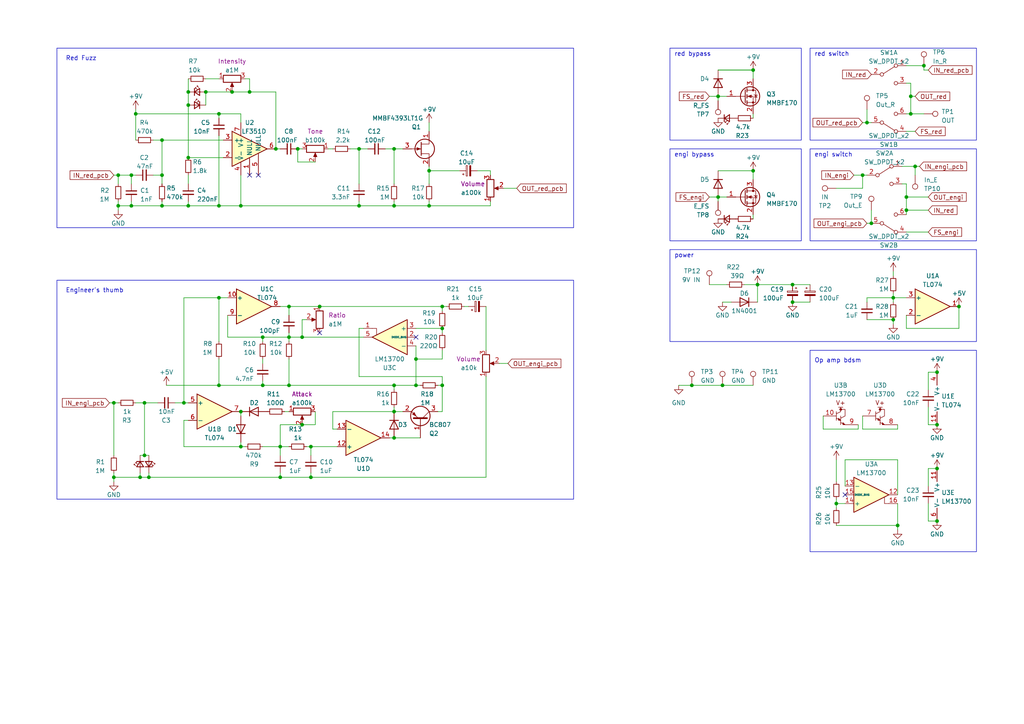
<source format=kicad_sch>
(kicad_sch (version 20230121) (generator eeschema)
  (paper "A4")
  (junction (at 114.3 111.76))
  (junction (at 69.85 119.38))
  (junction (at 208.28 27.94))
  (junction (at 39.37 33.02))
  (junction (at 267.97 19.05))
  (junction (at 114.3 127))
  (junction (at 40.64 138.43))
  (junction (at 252.73 64.77))
  (junction (at 229.87 82.55))
  (junction (at 209.55 111.76))
  (junction (at 54.61 30.48))
  (junction (at 271.78 123.19))
  (junction (at 54.61 26.67))
  (junction (at 242.57 146.05))
  (junction (at 33.02 116.84))
  (junction (at 87.63 97.79))
  (junction (at 262.89 60.96))
  (junction (at 38.1 50.8))
  (junction (at 38.1 59.69))
  (junction (at 124.46 49.53))
  (junction (at 271.78 135.89))
  (junction (at 218.44 49.53))
  (junction (at 124.46 59.69))
  (junction (at 69.85 129.54))
  (junction (at 81.28 129.54))
  (junction (at 34.29 59.69))
  (junction (at 271.78 151.13))
  (junction (at 86.36 43.18))
  (junction (at 229.87 87.63))
  (junction (at 200.66 111.76))
  (junction (at 92.71 88.9))
  (junction (at 120.65 111.76))
  (junction (at 76.2 97.79))
  (junction (at 46.99 50.8))
  (junction (at 80.01 43.18))
  (junction (at 120.65 104.14))
  (junction (at 208.28 57.15))
  (junction (at 128.27 111.76))
  (junction (at 46.99 40.64))
  (junction (at 251.46 35.56))
  (junction (at 43.18 138.43))
  (junction (at 63.5 59.69))
  (junction (at 81.28 138.43))
  (junction (at 41.91 132.08))
  (junction (at 46.99 59.69))
  (junction (at 69.85 59.69))
  (junction (at 54.61 45.72))
  (junction (at 219.71 82.55))
  (junction (at 218.44 20.32))
  (junction (at 260.35 152.4))
  (junction (at 259.08 86.36))
  (junction (at 33.02 138.43))
  (junction (at 278.13 88.9))
  (junction (at 104.14 43.18))
  (junction (at 83.82 88.9))
  (junction (at 264.16 33.02))
  (junction (at 83.82 111.76))
  (junction (at 114.3 119.38))
  (junction (at 259.08 92.71))
  (junction (at 59.69 26.67))
  (junction (at 104.14 59.69))
  (junction (at 87.63 123.19))
  (junction (at 67.31 26.67))
  (junction (at 264.16 27.94))
  (junction (at 90.17 138.43))
  (junction (at 114.3 59.69))
  (junction (at 90.17 129.54))
  (junction (at 114.3 43.18))
  (junction (at 128.27 95.25))
  (junction (at 63.5 86.36))
  (junction (at 72.39 26.67))
  (junction (at 63.5 33.02))
  (junction (at 250.19 50.8))
  (junction (at 41.91 116.84))
  (junction (at 53.34 116.84))
  (junction (at 271.78 107.95))
  (junction (at 54.61 59.69))
  (junction (at 34.29 50.8))
  (junction (at 76.2 111.76))
  (junction (at 262.89 57.15))
  (junction (at 128.27 88.9))
  (junction (at 265.43 48.26))
  (junction (at 83.82 97.79))
  (junction (at 63.5 111.76))
  (no_connect (at 120.65 97.79))
  (no_connect (at 72.39 50.8))
  (no_connect (at 245.11 143.51))
  (no_connect (at 92.71 96.52))
  (no_connect (at 74.93 50.8))
  (wire (pts (xy 54.61 22.86) (xy 54.61 26.67)))
  (wire (pts (xy 269.24 135.89) (xy 269.24 140.97)))
  (wire (pts (xy 83.82 96.52) (xy 83.82 97.79)))
  (wire (pts (xy 265.43 27.94) (xy 264.16 27.94)))
  (wire (pts (xy 262.89 60.96) (xy 262.89 62.23)))
  (wire (pts (xy 260.35 133.35) (xy 245.11 133.35)))
  (wire (pts (xy 91.44 46.99) (xy 86.36 46.99)))
  (wire (pts (xy 128.27 95.25) (xy 120.65 95.25)))
  (wire (pts (xy 238.76 120.65) (xy 238.76 124.46)))
  (wire (pts (xy 33.02 138.43) (xy 40.64 138.43)))
  (wire (pts (xy 83.82 111.76) (xy 114.3 111.76)))
  (wire (pts (xy 33.02 138.43) (xy 33.02 137.16)))
  (wire (pts (xy 250.19 120.65) (xy 250.19 124.46)))
  (wire (pts (xy 96.52 119.38) (xy 96.52 124.46)))
  (wire (pts (xy 209.55 87.63) (xy 212.09 87.63)))
  (wire (pts (xy 135.89 88.9) (xy 134.62 88.9)))
  (wire (pts (xy 104.14 58.42) (xy 104.14 59.69)))
  (wire (pts (xy 259.08 85.09) (xy 259.08 86.36)))
  (wire (pts (xy 104.14 43.18) (xy 104.14 53.34)))
  (wire (pts (xy 54.61 59.69) (xy 54.61 58.42)))
  (wire (pts (xy 69.85 35.56) (xy 69.85 33.02)))
  (wire (pts (xy 96.52 119.38) (xy 114.3 119.38)))
  (wire (pts (xy 262.89 19.05) (xy 267.97 19.05)))
  (wire (pts (xy 124.46 59.69) (xy 142.24 59.69)))
  (wire (pts (xy 71.12 129.54) (xy 69.85 129.54)))
  (wire (pts (xy 81.28 123.19) (xy 81.28 129.54)))
  (wire (pts (xy 83.82 97.79) (xy 87.63 97.79)))
  (wire (pts (xy 242.57 144.78) (xy 242.57 146.05)))
  (wire (pts (xy 113.03 127) (xy 114.3 127)))
  (wire (pts (xy 128.27 104.14) (xy 120.65 104.14)))
  (wire (pts (xy 72.39 22.86) (xy 72.39 26.67)))
  (wire (pts (xy 39.37 116.84) (xy 41.91 116.84)))
  (wire (pts (xy 44.45 40.64) (xy 46.99 40.64)))
  (wire (pts (xy 128.27 119.38) (xy 128.27 111.76)))
  (wire (pts (xy 40.64 137.16) (xy 40.64 138.43)))
  (wire (pts (xy 54.61 45.72) (xy 64.77 45.72)))
  (wire (pts (xy 262.89 91.44) (xy 262.89 95.25)))
  (wire (pts (xy 127 119.38) (xy 128.27 119.38)))
  (wire (pts (xy 261.62 48.26) (xy 265.43 48.26)))
  (wire (pts (xy 83.82 88.9) (xy 92.71 88.9)))
  (wire (pts (xy 124.46 49.53) (xy 124.46 53.34)))
  (wire (pts (xy 86.36 46.99) (xy 86.36 43.18)))
  (wire (pts (xy 251.46 35.56) (xy 252.73 35.56)))
  (wire (pts (xy 91.44 123.19) (xy 91.44 119.38)))
  (wire (pts (xy 208.28 57.15) (xy 208.28 58.42)))
  (wire (pts (xy 34.29 58.42) (xy 34.29 59.69)))
  (wire (pts (xy 87.63 92.71) (xy 87.63 97.79)))
  (wire (pts (xy 40.64 138.43) (xy 43.18 138.43)))
  (wire (pts (xy 269.24 151.13) (xy 271.78 151.13)))
  (wire (pts (xy 59.69 22.86) (xy 63.5 22.86)))
  (wire (pts (xy 86.36 43.18) (xy 87.63 43.18)))
  (wire (pts (xy 200.66 111.76) (xy 209.55 111.76)))
  (wire (pts (xy 242.57 152.4) (xy 260.35 152.4)))
  (wire (pts (xy 114.3 59.69) (xy 114.3 58.42)))
  (wire (pts (xy 88.9 92.71) (xy 87.63 92.71)))
  (wire (pts (xy 128.27 96.52) (xy 128.27 95.25)))
  (wire (pts (xy 269.24 107.95) (xy 271.78 107.95)))
  (wire (pts (xy 242.57 146.05) (xy 242.57 147.32)))
  (wire (pts (xy 69.85 128.27) (xy 69.85 129.54)))
  (wire (pts (xy 208.28 20.32) (xy 218.44 20.32)) (stroke (width 0.2)))
  (wire (pts (xy 114.3 111.76) (xy 120.65 111.76)))
  (wire (pts (xy 262.89 95.25) (xy 278.13 95.25)))
  (wire (pts (xy 140.97 109.22) (xy 140.97 138.43)))
  (wire (pts (xy 80.01 43.18) (xy 80.01 26.67)))
  (wire (pts (xy 147.32 105.41) (xy 144.78 105.41)))
  (wire (pts (xy 218.44 63.5) (xy 218.44 62.23)))
  (wire (pts (xy 250.19 124.46) (xy 260.35 124.46)))
  (wire (pts (xy 34.29 50.8) (xy 34.29 53.34)))
  (wire (pts (xy 95.25 43.18) (xy 96.52 43.18)))
  (wire (pts (xy 87.63 123.19) (xy 91.44 123.19)))
  (wire (pts (xy 128.27 109.22) (xy 128.27 111.76)))
  (wire (pts (xy 63.5 104.14) (xy 63.5 111.76)))
  (wire (pts (xy 250.19 50.8) (xy 251.46 50.8)))
  (wire (pts (xy 114.3 119.38) (xy 116.84 119.38)))
  (wire (pts (xy 59.69 26.67) (xy 67.31 26.67)))
  (wire (pts (xy 34.29 59.69) (xy 34.29 60.96)))
  (wire (pts (xy 76.2 97.79) (xy 66.04 97.79)))
  (wire (pts (xy 53.34 121.92) (xy 53.34 129.54)))
  (wire (pts (xy 41.91 132.08) (xy 43.18 132.08)))
  (wire (pts (xy 104.14 59.69) (xy 114.3 59.69)))
  (wire (pts (xy 81.28 132.08) (xy 81.28 129.54)))
  (wire (pts (xy 219.71 82.55) (xy 229.87 82.55)))
  (wire (pts (xy 267.97 20.32) (xy 269.24 20.32)))
  (wire (pts (xy 38.1 58.42) (xy 38.1 59.69)))
  (wire (pts (xy 76.2 110.49) (xy 76.2 111.76)))
  (wire (pts (xy 146.05 54.61) (xy 149.86 54.61)))
  (wire (pts (xy 33.02 139.7) (xy 33.02 138.43)))
  (wire (pts (xy 92.71 88.9) (xy 128.27 88.9)))
  (wire (pts (xy 124.46 58.42) (xy 124.46 59.69)))
  (wire (pts (xy 34.29 59.69) (xy 38.1 59.69)))
  (wire (pts (xy 76.2 104.14) (xy 76.2 105.41)))
  (wire (pts (xy 41.91 116.84) (xy 45.72 116.84)))
  (wire (pts (xy 66.04 97.79) (xy 66.04 91.44)))
  (wire (pts (xy 278.13 95.25) (xy 278.13 88.9)))
  (wire (pts (xy 129.54 88.9) (xy 128.27 88.9)))
  (wire (pts (xy 46.99 40.64) (xy 64.77 40.64)))
  (wire (pts (xy 252.73 64.77) (xy 251.46 64.77)))
  (wire (pts (xy 259.08 92.71) (xy 259.08 93.98)))
  (wire (pts (xy 69.85 33.02) (xy 63.5 33.02)))
  (wire (pts (xy 242.57 146.05) (xy 245.11 146.05)))
  (wire (pts (xy 260.35 124.46) (xy 260.35 123.19)))
  (wire (pts (xy 262.89 67.31) (xy 269.24 67.31)))
  (wire (pts (xy 76.2 111.76) (xy 83.82 111.76)))
  (wire (pts (xy 80.01 43.18) (xy 81.28 43.18)))
  (wire (pts (xy 208.28 27.94) (xy 210.82 27.94)))
  (wire (pts (xy 39.37 33.02) (xy 39.37 40.64)))
  (wire (pts (xy 264.16 24.13) (xy 264.16 27.94)))
  (wire (pts (xy 59.69 26.67) (xy 59.69 30.48)))
  (wire (pts (xy 54.61 50.8) (xy 54.61 53.34)))
  (wire (pts (xy 250.19 54.61) (xy 250.19 50.8)))
  (wire (pts (xy 38.1 50.8) (xy 38.1 53.34)))
  (wire (pts (xy 53.34 121.92) (xy 54.61 121.92)))
  (wire (pts (xy 83.82 104.14) (xy 83.82 111.76)))
  (wire (pts (xy 205.74 57.15) (xy 208.28 57.15)))
  (wire (pts (xy 33.02 116.84) (xy 31.75 116.84)))
  (wire (pts (xy 90.17 138.43) (xy 140.97 138.43)))
  (wire (pts (xy 219.71 82.55) (xy 219.71 87.63)))
  (wire (pts (xy 262.89 86.36) (xy 259.08 86.36)))
  (wire (pts (xy 39.37 50.8) (xy 38.1 50.8)))
  (wire (pts (xy 114.3 43.18) (xy 111.76 43.18)))
  (wire (pts (xy 265.43 48.26) (xy 266.7 48.26)))
  (wire (pts (xy 210.82 82.55) (xy 205.74 82.55)))
  (wire (pts (xy 262.89 53.34) (xy 262.89 57.15)))
  (wire (pts (xy 105.41 95.25) (xy 104.14 95.25)))
  (wire (pts (xy 81.28 137.16) (xy 81.28 138.43)))
  (wire (pts (xy 83.82 97.79) (xy 83.82 99.06)))
  (wire (pts (xy 90.17 137.16) (xy 90.17 138.43)))
  (wire (pts (xy 215.9 82.55) (xy 219.71 82.55)))
  (wire (pts (xy 83.82 97.79) (xy 76.2 97.79)))
  (wire (pts (xy 83.82 91.44) (xy 83.82 88.9)))
  (wire (pts (xy 265.43 48.26) (xy 265.43 50.8)))
  (wire (pts (xy 69.85 50.8) (xy 69.85 59.69)))
  (wire (pts (xy 124.46 49.53) (xy 133.35 49.53)))
  (wire (pts (xy 262.89 38.1) (xy 265.43 38.1)))
  (wire (pts (xy 44.45 50.8) (xy 46.99 50.8)))
  (wire (pts (xy 120.65 100.33) (xy 120.65 104.14)))
  (wire (pts (xy 248.92 124.46) (xy 248.92 123.19)))
  (wire (pts (xy 97.79 129.54) (xy 90.17 129.54)))
  (wire (pts (xy 251.46 31.75) (xy 251.46 35.56)))
  (wire (pts (xy 63.5 111.76) (xy 76.2 111.76)))
  (wire (pts (xy 33.02 116.84) (xy 33.02 132.08)))
  (wire (pts (xy 208.28 57.15) (xy 210.82 57.15)))
  (wire (pts (xy 40.64 132.08) (xy 41.91 132.08)))
  (wire (pts (xy 33.02 116.84) (xy 34.29 116.84)))
  (wire (pts (xy 271.78 135.89) (xy 269.24 135.89)))
  (wire (pts (xy 208.28 27.94) (xy 208.28 29.21)))
  (wire (pts (xy 262.89 33.02) (xy 264.16 33.02)))
  (wire (pts (xy 104.14 95.25) (xy 104.14 109.22)))
  (wire (pts (xy 114.3 118.11) (xy 114.3 119.38)))
  (wire (pts (xy 138.43 49.53) (xy 142.24 49.53)))
  (wire (pts (xy 267.97 33.02) (xy 264.16 33.02)))
  (wire (pts (xy 46.99 58.42) (xy 46.99 59.69)))
  (wire (pts (xy 83.82 88.9) (xy 81.28 88.9)))
  (wire (pts (xy 269.24 123.19) (xy 271.78 123.19)))
  (wire (pts (xy 251.46 92.71) (xy 259.08 92.71)))
  (wire (pts (xy 38.1 50.8) (xy 34.29 50.8)))
  (wire (pts (xy 260.35 153.67) (xy 260.35 152.4)))
  (wire (pts (xy 63.5 39.37) (xy 63.5 59.69)))
  (wire (pts (xy 124.46 35.56) (xy 124.46 38.1)))
  (wire (pts (xy 101.6 43.18) (xy 104.14 43.18)))
  (wire (pts (xy 63.5 59.69) (xy 69.85 59.69)))
  (wire (pts (xy 259.08 86.36) (xy 259.08 87.63)))
  (wire (pts (xy 128.27 111.76) (xy 127 111.76)))
  (wire (pts (xy 46.99 59.69) (xy 54.61 59.69)))
  (wire (pts (xy 140.97 88.9) (xy 140.97 101.6)))
  (wire (pts (xy 46.99 50.8) (xy 46.99 53.34)))
  (wire (pts (xy 269.24 60.96) (xy 262.89 60.96)))
  (wire (pts (xy 142.24 58.42) (xy 142.24 59.69)))
  (wire (pts (xy 269.24 57.15) (xy 262.89 57.15)))
  (wire (pts (xy 41.91 116.84) (xy 41.91 132.08)))
  (wire (pts (xy 81.28 123.19) (xy 87.63 123.19)))
  (wire (pts (xy 218.44 49.53) (xy 218.44 52.07)))
  (wire (pts (xy 251.46 86.36) (xy 251.46 87.63)))
  (wire (pts (xy 114.3 127) (xy 121.92 127)))
  (wire (pts (xy 63.5 33.02) (xy 39.37 33.02)))
  (wire (pts (xy 260.35 146.05) (xy 260.35 152.4)))
  (wire (pts (xy 209.55 111.76) (xy 218.44 111.76)))
  (wire (pts (xy 43.18 138.43) (xy 81.28 138.43)))
  (wire (pts (xy 63.5 86.36) (xy 63.5 99.06)))
  (wire (pts (xy 76.2 129.54) (xy 81.28 129.54)))
  (wire (pts (xy 96.52 124.46) (xy 97.79 124.46)))
  (wire (pts (xy 242.57 54.61) (xy 250.19 54.61)))
  (wire (pts (xy 71.12 22.86) (xy 72.39 22.86)))
  (wire (pts (xy 120.65 104.14) (xy 120.65 111.76)))
  (wire (pts (xy 87.63 97.79) (xy 105.41 97.79)))
  (wire (pts (xy 261.62 53.34) (xy 262.89 53.34)))
  (wire (pts (xy 259.08 78.74) (xy 259.08 80.01)))
  (wire (pts (xy 142.24 49.53) (xy 142.24 50.8)))
  (wire (pts (xy 259.08 86.36) (xy 251.46 86.36)))
  (wire (pts (xy 81.28 129.54) (xy 83.82 129.54)))
  (wire (pts (xy 252.73 60.96) (xy 252.73 64.77)))
  (wire (pts (xy 114.3 53.34) (xy 114.3 43.18)))
  (wire (pts (xy 90.17 138.43) (xy 81.28 138.43)))
  (wire (pts (xy 104.14 109.22) (xy 128.27 109.22)))
  (wire (pts (xy 264.16 33.02) (xy 264.16 27.94)))
  (wire (pts (xy 104.14 43.18) (xy 106.68 43.18)))
  (wire (pts (xy 114.3 43.18) (xy 116.84 43.18)))
  (wire (pts (xy 90.17 129.54) (xy 90.17 132.08)))
  (wire (pts (xy 54.61 30.48) (xy 54.61 45.72)))
  (wire (pts (xy 88.9 129.54) (xy 90.17 129.54)))
  (wire (pts (xy 218.44 20.32) (xy 218.44 22.86)))
  (wire (pts (xy 269.24 118.11) (xy 269.24 123.19)))
  (wire (pts (xy 245.11 133.35) (xy 245.11 140.97)))
  (wire (pts (xy 63.5 34.29) (xy 63.5 33.02)))
  (wire (pts (xy 53.34 116.84) (xy 54.61 116.84)))
  (wire (pts (xy 82.55 119.38) (xy 83.82 119.38)))
  (wire (pts (xy 242.57 133.35) (xy 242.57 139.7)))
  (wire (pts (xy 114.3 111.76) (xy 114.3 113.03)))
  (wire (pts (xy 124.46 59.69) (xy 114.3 59.69)))
  (wire (pts (xy 69.85 129.54) (xy 53.34 129.54)))
  (wire (pts (xy 218.44 34.29) (xy 218.44 33.02)))
  (wire (pts (xy 53.34 86.36) (xy 53.34 116.84)))
  (wire (pts (xy 69.85 120.65) (xy 69.85 119.38)))
  (wire (pts (xy 43.18 137.16) (xy 43.18 138.43)))
  (wire (pts (xy 63.5 86.36) (xy 66.04 86.36)))
  (wire (pts (xy 208.28 49.53) (xy 218.44 49.53)))
  (wire (pts (xy 262.89 24.13) (xy 264.16 24.13)))
  (wire (pts (xy 48.26 111.76) (xy 63.5 111.76)))
  (wire (pts (xy 128.27 101.6) (xy 128.27 104.14)))
  (wire (pts (xy 54.61 26.67) (xy 54.61 30.48)))
  (wire (pts (xy 234.95 87.63) (xy 229.87 87.63)))
  (wire (pts (xy 69.85 59.69) (xy 104.14 59.69)))
  (wire (pts (xy 128.27 90.17) (xy 128.27 88.9)))
  (wire (pts (xy 72.39 26.67) (xy 80.01 26.67)))
  (wire (pts (xy 267.97 20.32) (xy 267.97 19.05)))
  (wire (pts (xy 54.61 59.69) (xy 63.5 59.69)))
  (wire (pts (xy 46.99 40.64) (xy 46.99 50.8)))
  (wire (pts (xy 33.02 50.8) (xy 34.29 50.8)))
  (wire (pts (xy 247.65 50.8) (xy 250.19 50.8)))
  (wire (pts (xy 38.1 59.69) (xy 46.99 59.69)))
  (wire (pts (xy 205.74 27.94) (xy 208.28 27.94)))
  (wire (pts (xy 124.46 48.26) (xy 124.46 49.53)))
  (wire (pts (xy 262.89 57.15) (xy 262.89 60.96)))
  (wire (pts (xy 269.24 146.05) (xy 269.24 151.13)))
  (wire (pts (xy 229.87 82.55) (xy 234.95 82.55)))
  (wire (pts (xy 76.2 97.79) (xy 76.2 99.06)))
  (wire (pts (xy 269.24 113.03) (xy 269.24 107.95)))
  (wire (pts (xy 238.76 124.46) (xy 248.92 124.46)))
  (wire (pts (xy 67.31 26.67) (xy 72.39 26.67)))
  (wire (pts (xy 196.85 111.76) (xy 200.66 111.76)))
  (wire (pts (xy 260.35 143.51) (xy 260.35 133.35)))
  (wire (pts (xy 53.34 86.36) (xy 63.5 86.36)))
  (wire (pts (xy 50.8 116.84) (xy 53.34 116.84)))
  (wire (pts (xy 250.19 35.56) (xy 251.46 35.56)))
  (wire (pts (xy 39.37 31.75) (xy 39.37 33.02)))
  (wire (pts (xy 120.65 111.76) (xy 121.92 111.76)))
  (rectangle (start 234.95 101.6) (end 283.21 160.02))
  (rectangle (start 194.31 72.39) (end 283.21 99.06))
  (rectangle (start 234.95 13.97) (end 283.21 40.64))
  (rectangle (start 234.95 43.18) (end 283.21 69.85))
  (rectangle (start 194.31 13.97) (end 232.41 40.64))
  (rectangle (start 194.31 43.18) (end 232.41 69.85))
  (rectangle (start 16.51 13.97) (end 166.37 66.04))
  (rectangle (start 16.51 81.28) (end 166.37 144.78))
  (text "engi bypass\n" (at 195.58 45.72 0) (effects (font (size 1.27 1.27)) (justify left bottom)))
  (text "red bypass\n" (at 195.58 16.51 0) (effects (font (size 1.27 1.27)) (justify left bottom)))
  (text "Op amp bdsm" (at 236.22 105.41 0) (effects (font (size 1.27 1.27)) (justify left bottom)))
  (text "engi switch" (at 236.22 45.72 0) (effects (font (size 1.27 1.27)) (justify left bottom)))
  (text "Red Fuzz" (at 19.05 17.78 0) (effects (font (size 1.27 1.27)) (justify left bottom)))
  (text "power" (at 195.58 74.93 0) (effects (font (size 1.27 1.27)) (justify left bottom)))
  (text "red switch" (at 236.22 16.51 0) (effects (font (size 1.27 1.27)) (justify left bottom)))
  (text "Engineer's thumb" (at 19.05 85.09 0) (effects (font (size 1.27 1.27)) (justify left bottom)))
  (global_label "IN_engi" (shape input) (at 247.65 50.8 180) (property "Intersheetrefs" "${INTERSHEET_REFS}" (effects hide)))
  (global_label "FS_red" (shape input) (at 205.74 27.94 180) (property "Intersheetrefs" "${INTERSHEET_REFS}" (effects hide)))
  (global_label "OUT_red_pcb" (shape input) (at 149.86 54.61 0) (property "Intersheetrefs" "${INTERSHEET_REFS}" (effects hide)))
  (global_label "IN_engi_pcb" (shape input) (at 266.7 48.26 0) (property "Intersheetrefs" "${INTERSHEET_REFS}" (effects hide)))
  (global_label "IN_red_pcb" (shape input) (at 33.02 50.8 180) (property "Intersheetrefs" "${INTERSHEET_REFS}" (effects hide)))
  (global_label "IN_red" (shape input) (at 252.73 21.59 180) (property "Intersheetrefs" "${INTERSHEET_REFS}" (effects hide)))
  (global_label "FS_engi" (shape input) (at 269.24 67.31 0) (property "Intersheetrefs" "${INTERSHEET_REFS}" (effects hide)))
  (global_label "OUT_red" (shape input) (at 265.43 27.94 0) (property "Intersheetrefs" "${INTERSHEET_REFS}" (effects hide)))
  (global_label "IN_red_pcb" (shape input) (at 269.24 20.32 0) (property "Intersheetrefs" "${INTERSHEET_REFS}" (effects hide)))
  (global_label "OUT_red_pcb" (shape input) (at 250.19 35.56 180) (property "Intersheetrefs" "${INTERSHEET_REFS}" (effects hide)))
  (global_label "IN_red" (shape input) (at 269.24 60.96 0) (property "Intersheetrefs" "${INTERSHEET_REFS}" (effects hide)))
  (global_label "OUT_engi" (shape input) (at 269.24 57.15 0) (property "Intersheetrefs" "${INTERSHEET_REFS}" (effects hide)))
  (global_label "FS_engi" (shape input) (at 205.74 57.15 180) (property "Intersheetrefs" "${INTERSHEET_REFS}" (effects hide)))
  (global_label "OUT_engi_pcb" (shape input) (at 251.46 64.77 180) (property "Intersheetrefs" "${INTERSHEET_REFS}" (effects hide)))
  (global_label "FS_red" (shape input) (at 265.43 38.1 0) (property "Intersheetrefs" "${INTERSHEET_REFS}" (effects hide)))
  (global_label "IN_engi_pcb" (shape input) (at 31.75 116.84 180) (property "Intersheetrefs" "${INTERSHEET_REFS}" (effects hide)))
  (global_label "OUT_engi_pcb" (shape input) (at 147.32 105.41 0) (property "Intersheetrefs" "${INTERSHEET_REFS}" (effects hide)))
  (symbol (lib_id "Transistor_BJT:BC807") (at 121.92 121.92 270) (mirror x) (unit 1)
    (property "Reference" "Q2" (at 124.46 125.73 90) (effects (justify left)))
    (property "Value" "BC807" (at 124.46 123.19 90) (effects (justify left)))
    (property "Footprint" "Package_TO_SOT_SMD:SOT-23" (effects hide))
    (property "Datasheet" "https://www.onsemi.com/pub/Collateral/BC808-D.pdf" (effects hide))
    (property "LCSC#" "C5184433" (effects hide))
  )
  (symbol (lib_id "Device:R_Small") (at 99.06 43.18 90) (unit 1)
    (property "Reference" "R14" (at 101.6 38.1 90) (effects (justify left)))
    (property "Value" "2.2k" (at 101.6 40.64 90) (effects (justify left)))
    (property "Footprint" "Resistor_SMD:R_0805_2012Metric_Pad1.20x1.40mm_HandSolder" (effects hide))
    (property "LCSC#" "C104106" (effects hide))
  )
  (symbol (lib_id "Device:R_Potentiometer") (at 67.31 22.86 90) (mirror x) (unit 1)
    (property "Reference" "Rv1" (effects hide))
    (property "Value" "a1M" (at 67.31 20.32 90))
    (property "Footprint" "Potentiometer_THT:UT right angle long pin" (effects hide))
    (property "Kenttä4" "Intensity" (at 67.31 17.78 90))
  )
  (symbol (lib_id "Device:R_Small") (at 259.08 82.55 0) (mirror y) (unit 1)
    (property "Reference" "R27" (at 257.81 81.28 0) (effects (justify left)))
    (property "Value" "1M" (at 257.81 83.82 0) (effects (justify left)))
    (property "Footprint" "Resistor_SMD:R_0805_2012Metric_Pad1.20x1.40mm_HandSolder" (effects hide))
    (property "LCSC#" "C103906" (effects hide))
  )
  (symbol (lib_id "Device:R_Potentiometer") (at 91.44 43.18 270) (unit 1)
    (property "Reference" "Rv2" (effects hide))
    (property "Value" "b100k" (at 91.44 40.64 90))
    (property "Footprint" "Potentiometer_THT:UT right angle long pin" (effects hide))
    (property "Kenttä4" "Tone" (at 91.44 38.1 90))
  )
  (symbol (lib_id "Device:C_Polarized_Small") (at 229.87 85.09 0) (mirror y) (unit 1)
    (property "Reference" "C19" (at 227.33 83.9089 0) (effects (justify left)))
    (property "Value" "100uF" (at 227.33 86.4489 0) (effects (justify left)))
    (property "Footprint" "Capacitor_SMD:CP_Elec_6.3x5.4" (effects hide))
    (property "LCSC#" "C37308" (effects hide))
  )
  (symbol (lib_id "Transistor_FET:MMBFJ113") (at 121.92 43.18 0) (unit 1)
    (property "Reference" "Q1" (at 119.38 36.83 0) (effects (justify left)))
    (property "Value" "MMBF4393LT1G" (at 107.95 34.29 0) (effects (justify left)))
    (property "Footprint" "Package_TO_SOT_SMD:SOT-23" (effects hide))
    (property "Datasheet" "https://www.onsemi.com/pub/Collateral/MMBFJ113-D.PDF" (effects hide))
    (property "LCSC#" "C152291" (effects hide))
  )
  (symbol (lib_id "power:+9V") (at 242.57 133.35 0) (unit 1)
    (property "Reference" "#PWR015" (effects hide))
    (property "Value" "+9V" (at 242.57 129.54 0))
  )
  (symbol (lib_id "Device:C_Small") (at 76.2 107.95 0) (mirror y) (unit 1)
    (property "Reference" "C6" (at 73.66 107.3213 0) (effects (justify left)))
    (property "Value" "4.7nF" (at 73.66 109.8613 0) (effects (justify left)))
    (property "Footprint" "Capacitor_SMD:C_0805_2012Metric_Pad1.18x1.45mm_HandSolder" (effects hide))
    (property "LCSC#" "C376986" (effects hide))
  )
  (symbol (lib_id "power:+9V") (at 219.71 82.55 0) (unit 1)
    (property "Reference" "#PWR013" (effects hide))
    (property "Value" "+9V" (at 219.71 78.74 0))
  )
  (symbol (lib_id "Device:R_Small") (at 57.15 22.86 270) (mirror x) (unit 1)
    (property "Reference" "R7" (at 54.61 17.78 90) (effects (justify left)))
    (property "Value" "10k" (at 54.61 20.32 90) (effects (justify left)))
    (property "Footprint" "Resistor_SMD:R_0805_2012Metric_Pad1.20x1.40mm_HandSolder" (effects hide))
    (property "LCSC#" "C17414" (effects hide))
  )
  (symbol (lib_id "Amplifier_Operational:TL074") (at 274.32 115.57 0) (unit 5)
    (property "Reference" "U1" (at 273.05 114.935 0) (effects (justify left)))
    (property "Value" "TL074" (at 273.05 117.475 0) (effects (justify left)))
    (property "Footprint" "Package_SO:SO-14_3.9x8.65mm_P1.27mm" (effects hide))
    (property "Datasheet" "http://www.ti.com/lit/ds/symlink/tl071.pdf" (effects hide))
    (property "LCSC#" "C107644" (effects hide))
  )
  (symbol (lib_id "Transistor_FET:MMBF170") (at 215.9 27.94 0) (unit 1)
    (property "Reference" "Q3" (at 222.25 27.305 0) (effects (justify left)))
    (property "Value" "MMBF170" (at 222.25 29.845 0) (effects (justify left)))
    (property "Footprint" "Package_TO_SOT_SMD:SOT-23" (effects hide))
    (property "Datasheet" "https://www.diodes.com/assets/Datasheets/ds30104.pdf" (effects hide))
    (property "LCSC#" "C5330373" (effects hide))
  )
  (symbol (lib_id "Connector:TestPoint") (at 205.74 82.55 0) (mirror y) (unit 1)
    (property "Reference" "TP12" (at 203.2 78.613 0) (effects (justify left)))
    (property "Value" "9V IN" (at 203.2 81.153 0) (effects (justify left)))
    (property "Footprint" "TestPoint:TestPoint_THTPad_D2.5mm_Drill1.2mm" (effects hide))
  )
  (symbol (lib_id "Device:R_Potentiometer") (at 140.97 105.41 0) (mirror x) (unit 1)
    (property "Reference" "Rv6" (effects hide))
    (property "Value" "a10k" (at 138.43 106.68 0) (effects (justify right)))
    (property "Footprint" "Potentiometer_THT:UT right angle long pin" (effects hide))
    (property "Kenttä4" "Volume" (at 135.89 104.14 0))
  )
  (symbol (lib_id "power:GND") (at 209.55 87.63 0) (unit 1)
    (property "Reference" "#PWR010" (effects hide))
    (property "Value" "GND" (at 209.55 91.44 0))
  )
  (symbol (lib_id "Device:R_Small") (at 54.61 48.26 0) (unit 1)
    (property "Reference" "R6" (at 55.88 46.99 0) (effects (justify left)))
    (property "Value" "1.8k" (at 55.88 49.53 0) (effects (justify left)))
    (property "Footprint" "Resistor_SMD:R_0805_2012Metric_Pad1.20x1.40mm_HandSolder" (effects hide))
    (property "LCSC#" "C17398" (effects hide))
  )
  (symbol (lib_id "Amplifier_Operational:TL074") (at 105.41 127 0) (mirror x) (unit 4)
    (property "Reference" "U1" (at 105.41 135.89 0))
    (property "Value" "TL074" (at 105.41 133.35 0))
    (property "Footprint" "Package_SO:SO-14_3.9x8.65mm_P1.27mm" (effects hide))
    (property "Datasheet" "http://www.ti.com/lit/ds/symlink/tl071.pdf" (effects hide))
    (property "LCSC#" "C107644" (effects hide))
  )
  (symbol (lib_id "power:+9V") (at 271.78 107.95 0) (unit 1)
    (property "Reference" "#PWR019" (effects hide))
    (property "Value" "+9V" (at 271.78 104.14 0))
  )
  (symbol (lib_id "Device:R_Small") (at 114.3 55.88 0) (mirror y) (unit 1)
    (property "Reference" "R15" (at 113.03 54.61 0) (effects (justify left)))
    (property "Value" "1M" (at 113.03 57.15 0) (effects (justify left)))
    (property "Footprint" "Resistor_SMD:R_0805_2012Metric_Pad1.20x1.40mm_HandSolder" (effects hide))
    (property "LCSC#" "C103906" (effects hide))
  )
  (symbol (lib_id "Connector:TestPoint") (at 267.97 33.02 270) (unit 1)
    (property "Reference" "TP1" (at 273.05 32.385 90) (effects (justify left)))
    (property "Value" "OUT" (at 273.05 34.925 90) (effects (justify left)))
    (property "Footprint" "TestPoint:TestPoint_THTPad_D2.5mm_Drill1.2mm" (effects hide))
  )
  (symbol (lib_id "Device:C_Small") (at 90.17 134.62 0) (unit 1)
    (property "Reference" "C10" (at 92.71 133.9913 0) (effects (justify left)))
    (property "Value" "1uF" (at 92.71 136.5313 0) (effects (justify left)))
    (property "Footprint" "Capacitor_SMD:C_0805_2012Metric_Pad1.18x1.45mm_HandSolder" (effects hide))
    (property "LCSC#" "C520051" (effects hide))
  )
  (symbol (lib_id "Device:C_Polarized_Small") (at 135.89 49.53 90) (unit 1)
    (property "Reference" "C14" (at 135.3439 44.45 90))
    (property "Value" "10uF" (at 135.3439 46.99 90))
    (property "Footprint" "Capacitor_SMD:CP_Elec_4x5.4" (effects hide))
    (property "LCSC#" "C4747969" (effects hide))
  )
  (symbol (lib_id "Device:R_Small") (at 259.08 90.17 0) (mirror y) (unit 1)
    (property "Reference" "R28" (at 257.81 88.9 0) (effects (justify left)))
    (property "Value" "1M" (at 257.81 91.44 0) (effects (justify left)))
    (property "Footprint" "Resistor_SMD:R_0805_2012Metric_Pad1.20x1.40mm_HandSolder" (effects hide))
    (property "LCSC#" "C103906" (effects hide))
  )
  (symbol (lib_id "Device:R_Small") (at 124.46 111.76 90) (unit 1)
    (property "Reference" "R18" (at 121.92 114.3 90) (effects (justify right)))
    (property "Value" "1M" (at 121.92 116.84 90) (effects (justify right)))
    (property "Footprint" "Resistor_SMD:R_0805_2012Metric_Pad1.20x1.40mm_HandSolder" (effects hide))
    (property "LCSC#" "C103906" (effects hide))
  )
  (symbol (lib_id "Connector:TestPoint") (at 200.66 111.76 0) (unit 1)
    (property "Reference" "TP3" (at 203.2 107.823 0) (effects (justify left)))
    (property "Value" "GND" (at 203.2 110.363 0) (effects (justify left)))
    (property "Footprint" "TestPoint:TestPoint_THTPad_D2.5mm_Drill1.2mm" (effects hide))
  )
  (symbol (lib_id "Device:R_Small") (at 83.82 101.6 180) (unit 1)
    (property "Reference" "R12" (at 81.915 99.695 0) (effects (justify left)))
    (property "Value" "10k" (at 81.915 102.235 0) (effects (justify left)))
    (property "Footprint" "Resistor_SMD:R_0805_2012Metric_Pad1.20x1.40mm_HandSolder" (effects hide))
    (property "LCSC#" "C17414" (effects hide))
  )
  (symbol (lib_id "Amplifier_Operational:TL074") (at 73.66 88.9 0) (unit 3)
    (property "Reference" "U1" (at 77.47 83.82 0))
    (property "Value" "TL074" (at 77.47 86.36 0))
    (property "Footprint" "Package_SO:SO-14_3.9x8.65mm_P1.27mm" (effects hide))
    (property "Datasheet" "http://www.ti.com/lit/ds/symlink/tl071.pdf" (effects hide))
    (property "LCSC#" "C107644" (effects hide))
  )
  (symbol (lib_id "Device:R_Small") (at 36.83 116.84 90) (unit 1)
    (property "Reference" "R3" (at 38.1 121.92 90) (effects (justify left)))
    (property "Value" "1k" (at 38.1 119.38 90) (effects (justify left)))
    (property "Footprint" "Resistor_SMD:R_0805_2012Metric_Pad1.20x1.40mm_HandSolder" (effects hide))
    (property "LCSC#" "C2907232" (effects hide))
  )
  (symbol (lib_id "Device:C_Small") (at 251.46 90.17 0) (mirror x) (unit 1)
    (property "Reference" "C21" (at 248.92 88.9 0) (effects (justify right)))
    (property "Value" "1uF" (at 248.92 91.44 0) (effects (justify right)))
    (property "Footprint" "Capacitor_SMD:C_0805_2012Metric_Pad1.18x1.45mm_HandSolder" (effects hide))
    (property "LCSC#" "C520051" (effects hide))
  )
  (symbol (lib_id "Device:LED_Small") (at 57.15 26.67 0) (unit 1)
    (property "Reference" "LED5" (effects hide))
    (property "Value" "LED_Small" (effects hide))
    (property "Footprint" "LED_SMD:LED_0603_1608Metric_Pad1.05x0.95mm_HandSolder" (effects hide))
    (property "Datasheet" "C2827254" (effects hide))
    (property "LCSC#" "C84263" (effects hide))
  )
  (symbol (lib_id "Diode:1N4148W") (at 69.85 124.46 270) (mirror x) (unit 1)
    (property "Reference" "D1" (at 66.04 124.46 90) (effects (justify left)))
    (property "Value" "1N4148W" (effects hide))
    (property "Footprint" "Diode_SMD:D_SOD-123" (effects hide))
    (property "Datasheet" "https://www.vishay.com/docs/85748/1n4148w.pdf" (effects hide))
    (property "Sim.Device" "D" (effects hide))
    (property "Sim.Pins" "1=K 2=A" (effects hide))
    (property "LCSC#" "C5345962" (effects hide))
  )
  (symbol (lib_id "Switch:SW_DPDT_x2") (at 256.54 50.8 0) (unit 1)
    (property "Reference" "SW2" (at 256.54 44.45 0))
    (property "Value" "SW_DPDT_x2" (at 256.54 46.99 0))
    (property "Footprint" "Button_Switch_THT:Ural dpdt" (effects hide))
  )
  (symbol (lib_id "Device:LED_Small") (at 43.18 134.62 270) (mirror x) (unit 1)
    (property "Reference" "LED3" (effects hide))
    (property "Value" "LED_Small" (effects hide))
    (property "Footprint" "LED_SMD:LED_0603_1608Metric_Pad1.05x0.95mm_HandSolder" (effects hide))
    (property "Datasheet" "C2827254" (effects hide))
    (property "LCSC#" "C84263" (effects hide))
  )
  (symbol (lib_id "power:GND") (at 196.85 111.76 0) (unit 1)
    (property "Reference" "#PWR06" (effects hide))
    (property "Value" "GND" (at 196.85 116.84 0))
  )
  (symbol (lib_id "Connector:TestPoint") (at 252.73 60.96 0) (mirror y) (unit 1)
    (property "Reference" "TP9" (at 250.19 57.023 0) (effects (justify left)))
    (property "Value" "Out_E" (at 250.19 59.563 0) (effects (justify left)))
    (property "Footprint" "TestPoint:TestPoint_THTPad_D2.5mm_Drill1.2mm" (effects hide))
  )
  (symbol (lib_id "power:GND") (at 208.28 63.5 0) (unit 1)
    (property "Reference" "#PWR09" (effects hide))
    (property "Value" "GND" (at 208.28 67.31 0))
  )
  (symbol (lib_id "power:GND") (at 260.35 153.67 0) (unit 1)
    (property "Reference" "#PWR018" (effects hide))
    (property "Value" "GND" (at 260.35 157.48 0))
  )
  (symbol (lib_id "Amplifier_Operational:LM13700") (at 252.73 143.51 0) (unit 1)
    (property "Reference" "U3" (at 252.73 134.62 0))
    (property "Value" "LM13700" (at 252.73 137.16 0))
    (property "Footprint" "Package_SO:SOP-16_3.9x9.9mm_P1.27mm" (effects hide))
    (property "Datasheet" "http://www.ti.com/lit/ds/symlink/lm13700.pdf" (effects hide))
    (property "LCSC#" "C5160094" (effects hide))
  )
  (symbol (lib_id "Device:R_Small") (at 128.27 99.06 180) (unit 1)
    (property "Reference" "R20" (at 127 97.79 0) (effects (justify left)))
    (property "Value" "220Ω" (at 127 100.33 0) (effects (justify left)))
    (property "Footprint" "Resistor_SMD:R_0805_2012Metric_Pad1.20x1.40mm_HandSolder" (effects hide))
    (property "LCSC#" "C2933369" (effects hide))
  )
  (symbol (lib_id "power:+5V") (at 278.13 88.9 0) (unit 1)
    (property "Reference" "#PWR023" (effects hide))
    (property "Value" "+4.5V" (at 278.13 85.09 0))
  )
  (symbol (lib_id "Device:C_Polarized_Small") (at 234.95 85.09 0) (unit 1)
    (property "Reference" "C20" (at 237.49 83.9089 0) (effects (justify left)))
    (property "Value" "100uF" (at 237.49 86.4489 0) (effects (justify left)))
    (property "Footprint" "Capacitor_SMD:CP_Elec_6.3x5.4" (effects hide))
    (property "LCSC#" "C37308" (effects hide))
  )
  (symbol (lib_id "Switch:SW_DPDT_x2") (at 257.81 21.59 0) (unit 1)
    (property "Reference" "SW1" (at 257.81 15.24 0))
    (property "Value" "SW_DPDT_x2" (at 257.81 17.78 0))
    (property "Footprint" "Button_Switch_THT:Ural dpdt" (effects hide))
  )
  (symbol (lib_id "Device:R_Small") (at 63.5 101.6 180) (unit 1)
    (property "Reference" "R8" (at 61.595 99.695 0) (effects (justify left)))
    (property "Value" "1M" (at 61.595 102.235 0) (effects (justify left)))
    (property "Footprint" "Resistor_SMD:R_0805_2012Metric_Pad1.20x1.40mm_HandSolder" (effects hide))
    (property "LCSC#" "C103906" (effects hide))
  )
  (symbol (lib_id "Device:C_Polarized_Small") (at 138.43 88.9 90) (unit 1)
    (property "Reference" "C15" (at 137.8839 83.82 90))
    (property "Value" "10uF" (at 137.8839 86.36 90))
    (property "Footprint" "Capacitor_SMD:CP_Elec_4x5.4" (effects hide))
    (property "LCSC#" "C4747969" (effects hide))
  )
  (symbol (lib_id "Amplifier_Operational:LM13700") (at 257.81 120.65 0) (unit 4)
    (property "Reference" "U3" (at 255.27 111.76 0))
    (property "Value" "LM13700" (at 255.27 114.3 0))
    (property "Footprint" "Package_SO:SOP-16_3.9x9.9mm_P1.27mm" (effects hide))
    (property "Datasheet" "http://www.ti.com/lit/ds/symlink/lm13700.pdf" (effects hide))
    (property "LCSC#" "C5160094" (effects hide))
  )
  (symbol (lib_id "Device:R_Small") (at 242.57 142.24 0) (mirror y) (unit 1)
    (property "Reference" "R25" (at 237.49 144.78 90) (effects (justify left)))
    (property "Value" "10k" (at 240.03 144.78 90) (effects (justify left)))
    (property "Footprint" "Resistor_SMD:R_0805_2012Metric_Pad1.20x1.40mm_HandSolder" (effects hide))
    (property "LCSC#" "C17414" (effects hide))
  )
  (symbol (lib_id "Amplifier_Operational:LM13700") (at 246.38 120.65 0) (unit 2)
    (property "Reference" "U3" (at 243.84 111.76 0))
    (property "Value" "LM13700" (at 243.84 114.3 0))
    (property "Footprint" "Package_SO:SOP-16_3.9x9.9mm_P1.27mm" (effects hide))
    (property "Datasheet" "http://www.ti.com/lit/ds/symlink/lm13700.pdf" (effects hide))
    (property "LCSC#" "C5160094" (effects hide))
  )
  (symbol (lib_id "power:GND") (at 229.87 87.63 0) (unit 1)
    (property "Reference" "#PWR014" (effects hide))
    (property "Value" "GND" (at 229.87 91.44 0))
  )
  (symbol (lib_id "Diode:1N4148W") (at 208.28 24.13 90) (mirror x) (unit 1)
    (property "Reference" "D4" (at 205.74 22.86 90) (effects (justify left)))
    (property "Value" "1N4148W" (effects hide))
    (property "Footprint" "Diode_SMD:D_SOD-123" (effects hide))
    (property "Datasheet" "https://www.vishay.com/docs/85748/1n4148w.pdf" (effects hide))
    (property "Sim.Device" "D" (effects hide))
    (property "Sim.Pins" "1=K 2=A" (effects hide))
    (property "LCSC#" "C5345962" (effects hide))
  )
  (symbol (lib_id "Device:R_Small") (at 242.57 149.86 0) (mirror y) (unit 1)
    (property "Reference" "R26" (at 237.49 152.4 90) (effects (justify left)))
    (property "Value" "10k" (at 240.03 152.4 90) (effects (justify left)))
    (property "Footprint" "Resistor_SMD:R_0805_2012Metric_Pad1.20x1.40mm_HandSolder" (effects hide))
    (property "LCSC#" "C17414" (effects hide))
  )
  (symbol (lib_id "Diode:1N4148W") (at 73.66 119.38 0) (mirror x) (unit 1)
    (property "Reference" "D2" (at 72.39 116.84 0) (effects (justify left)))
    (property "Value" "1N4148W" (effects hide))
    (property "Footprint" "Diode_SMD:D_SOD-123" (effects hide))
    (property "Datasheet" "https://www.vishay.com/docs/85748/1n4148w.pdf" (effects hide))
    (property "Sim.Device" "D" (effects hide))
    (property "Sim.Pins" "1=K 2=A" (effects hide))
    (property "LCSC#" "C5345962" (effects hide))
  )
  (symbol (lib_id "Device:C_Small") (at 109.22 43.18 270) (unit 1)
    (property "Reference" "C12" (at 110.49 38.1 90) (effects (justify right)))
    (property "Value" "100nF" (at 111.76 40.64 90) (effects (justify right)))
    (property "Footprint" "Capacitor_SMD:C_0805_2012Metric_Pad1.18x1.45mm_HandSolder" (effects hide))
    (property "LCSC#" "C282730" (effects hide))
  )
  (symbol (lib_id "Switch:SW_DPDT_x2") (at 257.81 35.56 0) (mirror x) (unit 2)
    (property "Reference" "SW1" (at 257.81 41.91 0))
    (property "Value" "SW_DPDT_x2" (at 257.81 39.37 0))
    (property "Footprint" "Button_Switch_THT:Ural dpdt" (effects hide))
  )
  (symbol (lib_id "Connector:TestPoint") (at 267.97 19.05 0) (unit 1)
    (property "Reference" "TP6" (at 270.51 15.113 0) (effects (justify left)))
    (property "Value" "In_R" (at 270.51 17.78 0) (effects (justify left)))
    (property "Footprint" "TestPoint:TestPoint_THTPad_D2.5mm_Drill1.2mm" (effects hide))
  )
  (symbol (lib_id "power:GND") (at 259.08 93.98 0) (unit 1)
    (property "Reference" "#PWR017" (effects hide))
    (property "Value" "GND" (at 259.08 97.79 0))
  )
  (symbol (lib_id "Device:R_Potentiometer") (at 87.63 119.38 90) (mirror x) (unit 1)
    (property "Reference" "Rv4" (effects hide))
    (property "Value" "a100k" (at 87.63 116.84 90))
    (property "Footprint" "Potentiometer_THT:UT right angle long pin" (effects hide))
    (property "Kenttä4" "Attack" (at 87.63 114.3 90))
  )
  (symbol (lib_id "Device:R_Small") (at 124.46 55.88 0) (mirror y) (unit 1)
    (property "Reference" "R17" (at 123.19 54.61 0) (effects (justify left)))
    (property "Value" "10k" (at 123.19 57.15 0) (effects (justify left)))
    (property "Footprint" "Resistor_SMD:R_0805_2012Metric_Pad1.20x1.40mm_HandSolder" (effects hide))
    (property "LCSC#" "C17414" (effects hide))
  )
  (symbol (lib_id "power:+9V") (at 124.46 35.56 0) (unit 1)
    (property "Reference" "#PWR05" (effects hide))
    (property "Value" "+9V" (at 124.46 31.75 0))
  )
  (symbol (lib_id "Device:R_Potentiometer") (at 142.24 54.61 0) (mirror x) (unit 1)
    (property "Reference" "Rv3" (effects hide))
    (property "Value" "a100k" (at 139.7 55.88 0) (effects (justify right)))
    (property "Footprint" "Potentiometer_THT:UT right angle long pin" (effects hide))
    (property "Kenttä4" "Volume" (at 137.16 53.34 0))
  )
  (symbol (lib_id "Connector:TestPoint") (at 265.43 50.8 0) (mirror x) (unit 1)
    (property "Reference" "TP10" (at 267.97 54.737 0) (effects (justify left)))
    (property "Value" "In_E" (at 267.97 52.197 0) (effects (justify left)))
    (property "Footprint" "TestPoint:TestPoint_THTPad_D2.5mm_Drill1.2mm" (effects hide))
  )
  (symbol (lib_id "Connector:TestPoint") (at 209.55 111.76 0) (unit 1)
    (property "Reference" "TP4" (at 212.09 107.823 0) (effects (justify left)))
    (property "Value" "GND" (at 212.09 110.363 0) (effects (justify left)))
    (property "Footprint" "TestPoint:TestPoint_THTPad_D2.5mm_Drill1.2mm" (effects hide))
  )
  (symbol (lib_id "power:GND") (at 271.78 123.19 0) (unit 1)
    (property "Reference" "#PWR020" (effects hide))
    (property "Value" "GND" (at 271.78 127 0))
  )
  (symbol (lib_id "Device:R_Small") (at 114.3 115.57 0) (unit 1)
    (property "Reference" "R16" (at 113.03 114.3 0) (effects (justify right)))
    (property "Value" "1k" (at 113.03 116.84 0) (effects (justify right)))
    (property "Footprint" "Resistor_SMD:R_0805_2012Metric_Pad1.20x1.40mm_HandSolder" (effects hide))
    (property "LCSC#" "C2907232" (effects hide))
  )
  (symbol (lib_id "power:GND") (at 33.02 139.7 0) (unit 1)
    (property "Reference" "#PWR01" (effects hide))
    (property "Value" "GND" (at 33.02 143.51 0))
  )
  (symbol (lib_id "Device:R_Potentiometer") (at 92.71 92.71 0) (mirror y) (unit 1)
    (property "Reference" "Rv5" (effects hide))
    (property "Value" "a1M" (at 95.25 93.98 0) (effects (justify right)))
    (property "Footprint" "Potentiometer_THT:UT right angle long pin" (effects hide))
    (property "Kenttä4" "Ratio" (at 97.79 91.44 0))
  )
  (symbol (lib_id "Device:R_Small") (at 76.2 101.6 180) (unit 1)
    (property "Reference" "R10" (at 74.295 99.695 0) (effects (justify left)))
    (property "Value" "10k" (at 74.295 102.235 0) (effects (justify left)))
    (property "Footprint" "Resistor_SMD:R_0805_2012Metric_Pad1.20x1.40mm_HandSolder" (effects hide))
    (property "LCSC#" "C17414" (effects hide))
  )
  (symbol (lib_id "Device:R_Small") (at 73.66 129.54 270) (mirror x) (unit 1)
    (property "Reference" "R9" (at 72.39 134.62 90) (effects (justify left)))
    (property "Value" "470k" (at 71.12 132.08 90) (effects (justify left)))
    (property "Footprint" "Resistor_SMD:R_0805_2012Metric_Pad1.20x1.40mm_HandSolder" (effects hide))
    (property "LCSC#" "C2960743" (effects hide))
  )
  (symbol (lib_id "Device:R_Small") (at 46.99 55.88 0) (unit 1)
    (property "Reference" "R5" (at 48.26 54.61 0) (effects (justify left)))
    (property "Value" "470k" (at 48.26 57.15 0) (effects (justify left)))
    (property "Footprint" "Resistor_SMD:R_0805_2012Metric_Pad1.20x1.40mm_HandSolder" (effects hide))
    (property "LCSC#" "C2960743" (effects hide))
  )
  (symbol (lib_id "Diode:1N4148W") (at 114.3 123.19 90) (mirror x) (unit 1)
    (property "Reference" "D3" (at 118.11 123.19 90) (effects (justify left)))
    (property "Value" "1N4148W" (effects hide))
    (property "Footprint" "Diode_SMD:D_SOD-123" (effects hide))
    (property "Datasheet" "https://www.vishay.com/docs/85748/1n4148w.pdf" (effects hide))
    (property "Sim.Device" "D" (effects hide))
    (property "Sim.Pins" "1=K 2=A" (effects hide))
    (property "LCSC#" "C5345962" (effects hide))
  )
  (symbol (lib_id "Transistor_FET:MMBF170") (at 215.9 57.15 0) (unit 1)
    (property "Reference" "Q4" (at 222.25 56.515 0) (effects (justify left)))
    (property "Value" "MMBF170" (at 222.25 59.055 0) (effects (justify left)))
    (property "Footprint" "Package_TO_SOT_SMD:SOT-23" (effects hide))
    (property "Datasheet" "https://www.diodes.com/assets/Datasheets/ds30104.pdf" (effects hide))
    (property "LCSC#" "C5330373" (effects hide))
  )
  (symbol (lib_id "Amplifier_Operational:TL074") (at 270.51 88.9 0) (unit 1)
    (property "Reference" "U1" (at 270.51 80.01 0))
    (property "Value" "TL074" (at 270.51 82.55 0))
    (property "Footprint" "Package_SO:SO-14_3.9x8.65mm_P1.27mm" (effects hide))
    (property "Datasheet" "http://www.ti.com/lit/ds/symlink/tl071.pdf" (effects hide))
    (property "LCSC#" "C107644" (effects hide))
  )
  (symbol (lib_id "power:+9V") (at 259.08 78.74 0) (unit 1)
    (property "Reference" "#PWR016" (effects hide))
    (property "Value" "+9V" (at 259.08 74.93 0))
  )
  (symbol (lib_id "Device:C_Small") (at 269.24 115.57 0) (mirror y) (unit 1)
    (property "Reference" "C22" (at 266.7 114.3 0) (effects (justify left)))
    (property "Value" "10nF" (at 266.7 116.84 0) (effects (justify left)))
    (property "Footprint" "Capacitor_SMD:C_0805_2012Metric_Pad1.18x1.45mm_HandSolder" (effects hide))
    (property "LCSC#" "C58456" (effects hide))
  )
  (symbol (lib_id "Connector:TestPoint") (at 208.28 58.42 180) (unit 1)
    (property "Reference" "TP8" (at 205.74 62.357 0) (effects (justify left)))
    (property "Value" "E_FS" (at 205.74 59.817 0) (effects (justify left)))
    (property "Footprint" "TestPoint:TestPoint_THTPad_D2.5mm_Drill1.2mm" (effects hide))
  )
  (symbol (lib_id "Device:LED_Small") (at 210.82 34.29 0) (mirror x) (unit 1) (in_bom no)
    (property "Reference" "LED7" (effects hide))
    (property "Value" "LED_Small" (effects hide))
    (property "Footprint" "LED_THT:LED_D3.0mm" (effects hide))
  )
  (symbol (lib_id "Device:C_Small") (at 48.26 116.84 270) (mirror x) (unit 1)
    (property "Reference" "C3" (at 49.53 121.92 90) (effects (justify right)))
    (property "Value" "10nF" (at 50.8 119.38 90) (effects (justify right)))
    (property "Footprint" "Capacitor_SMD:C_0805_2012Metric_Pad1.18x1.45mm_HandSolder" (effects hide))
    (property "LCSC#" "C58456" (effects hide))
  )
  (symbol (lib_id "Connector:TestPoint") (at 218.44 111.76 0) (unit 1)
    (property "Reference" "TP11" (at 220.98 107.823 0) (effects (justify left)))
    (property "Value" "GND" (at 220.98 110.363 0) (effects (justify left)))
    (property "Footprint" "TestPoint:TestPoint_THTPad_D2.5mm_Drill1.2mm" (effects hide))
  )
  (symbol (lib_id "Amplifier_Operational:TL074") (at 62.23 119.38 0) (unit 2)
    (property "Reference" "U1" (at 62.23 124.46 0))
    (property "Value" "TL074" (at 62.23 127 0))
    (property "Footprint" "Package_SO:SO-14_3.9x8.65mm_P1.27mm" (effects hide))
    (property "Datasheet" "http://www.ti.com/lit/ds/symlink/tl071.pdf" (effects hide))
    (property "LCSC#" "C107644" (effects hide))
  )
  (symbol (lib_id "Amplifier_Operational:LM13700") (at 274.32 143.51 0) (unit 5)
    (property "Reference" "U3" (at 273.05 142.875 0) (effects (justify left)))
    (property "Value" "LM13700" (at 273.05 145.415 0) (effects (justify left)))
    (property "Footprint" "Package_SO:SOP-16_3.9x9.9mm_P1.27mm" (effects hide))
    (property "Datasheet" "http://www.ti.com/lit/ds/symlink/lm13700.pdf" (effects hide))
    (property "LCSC#" "C5160094" (effects hide))
  )
  (symbol (lib_id "Device:R_Small") (at 34.29 55.88 0) (mirror y) (unit 1)
    (property "Reference" "R2" (at 31.75 55.245 0) (effects (justify left)))
    (property "Value" "1M" (at 31.75 57.785 0) (effects (justify left)))
    (property "Footprint" "Resistor_SMD:R_0805_2012Metric_Pad1.20x1.40mm_HandSolder" (effects hide))
    (property "LCSC#" "C103906" (effects hide))
  )
  (symbol (lib_id "Amplifier_Operational:LF351D") (at 72.39 43.18 0) (unit 1)
    (property "Reference" "U2" (at 72.39 35.56 0))
    (property "Value" "LF351D" (at 73.66 38.1 0))
    (property "Footprint" "Package_SO:SO-8_3.9x4.9mm_P1.27mm" (effects hide))
    (property "Datasheet" "https://www.st.com/resource/en/datasheet/lf351.pdf" (effects hide))
    (property "LCSC#" "C1346659" (effects hide))
  )
  (symbol (lib_id "Device:C_Small") (at 104.14 55.88 0) (mirror y) (unit 1)
    (property "Reference" "C11" (at 101.6 54.61 0) (effects (justify left)))
    (property "Value" "3.3nF" (at 101.6 57.15 0) (effects (justify left)))
    (property "Footprint" "Capacitor_SMD:C_0805_2012Metric_Pad1.18x1.45mm_HandSolder" (effects hide))
    (property "LCSC#" "C1322372" (effects hide))
  )
  (symbol (lib_id "power:GND") (at 271.78 151.13 0) (unit 1)
    (property "Reference" "#PWR022" (effects hide))
    (property "Value" "GND" (at 271.78 154.94 0))
  )
  (symbol (lib_id "Diode:1N4148W") (at 208.28 53.34 90) (mirror x) (unit 1)
    (property "Reference" "D5" (at 205.74 52.07 90) (effects (justify left)))
    (property "Value" "1N4148W" (effects hide))
    (property "Footprint" "Diode_SMD:D_SOD-123" (effects hide))
    (property "Datasheet" "https://www.vishay.com/docs/85748/1n4148w.pdf" (effects hide))
    (property "Sim.Device" "D" (effects hide))
    (property "Sim.Pins" "1=K 2=A" (effects hide))
    (property "LCSC#" "C5345962" (effects hide))
  )
  (symbol (lib_id "Connector:TestPoint") (at 208.28 29.21 180) (unit 1)
    (property "Reference" "TP7" (at 205.74 33.147 0) (effects (justify left)))
    (property "Value" "R_FS" (at 205.74 30.607 0) (effects (justify left)))
    (property "Footprint" "TestPoint:TestPoint_THTPad_D2.5mm_Drill1.2mm" (effects hide))
  )
  (symbol (lib_id "Device:C_Small") (at 269.24 143.51 0) (mirror y) (unit 1)
    (property "Reference" "C23" (at 266.7 142.24 0) (effects (justify left)))
    (property "Value" "10nF" (at 266.7 144.78 0) (effects (justify left)))
    (property "Footprint" "Capacitor_SMD:C_0805_2012Metric_Pad1.18x1.45mm_HandSolder" (effects hide))
    (property "LCSC#" "C58456" (effects hide))
  )
  (symbol (lib_id "Device:LED_Small") (at 57.15 30.48 0) (mirror y) (unit 1)
    (property "Reference" "LED6" (effects hide))
    (property "Value" "LED_Small" (effects hide))
    (property "Footprint" "LED_SMD:LED_0603_1608Metric_Pad1.05x0.95mm_HandSolder" (effects hide))
    (property "Datasheet" "C2827254" (effects hide))
    (property "LCSC#" "C84263" (effects hide))
  )
  (symbol (lib_id "Device:C_Small") (at 63.5 36.83 0) (mirror y) (unit 1)
    (property "Reference" "C5" (at 60.96 35.56 0) (effects (justify left)))
    (property "Value" "10nF" (at 60.96 38.1 0) (effects (justify left)))
    (property "Footprint" "Capacitor_SMD:C_0805_2012Metric_Pad1.18x1.45mm_HandSolder" (effects hide))
    (property "LCSC#" "C58456" (effects hide))
  )
  (symbol (lib_id "power:+9V") (at 39.37 31.75 0) (unit 1)
    (property "Reference" "#PWR03" (effects hide))
    (property "Value" "+9V" (at 39.37 27.94 0))
  )
  (symbol (lib_id "Device:R_Small") (at 33.02 134.62 0) (mirror y) (unit 1)
    (property "Reference" "R1" (at 30.48 133.985 0) (effects (justify left)))
    (property "Value" "1M" (at 30.48 136.525 0) (effects (justify left)))
    (property "Footprint" "Resistor_SMD:R_0805_2012Metric_Pad1.20x1.40mm_HandSolder" (effects hide))
    (property "LCSC#" "C103906" (effects hide))
  )
  (symbol (lib_id "Device:C_Small") (at 41.91 50.8 90) (unit 1)
    (property "Reference" "C2" (at 43.18 45.72 90) (effects (justify left)))
    (property "Value" "47nF" (at 44.45 48.26 90) (effects (justify left)))
    (property "Footprint" "Capacitor_SMD:C_0805_2012Metric_Pad1.18x1.45mm_HandSolder" (effects hide))
    (property "LCSC#" "C520039" (effects hide))
  )
  (symbol (lib_id "Switch:SW_DPDT_x2") (at 257.81 64.77 0) (mirror x) (unit 2)
    (property "Reference" "SW2" (at 257.81 71.12 0))
    (property "Value" "SW_DPDT_x2" (at 257.81 68.58 0))
    (property "Footprint" "Button_Switch_THT:Ural dpdt" (effects hide))
  )
  (symbol (lib_id "Device:R_Small") (at 215.9 34.29 270) (unit 1)
    (property "Reference" "R23" (at 213.36 39.37 90) (effects (justify left)))
    (property "Value" "4.7k" (at 213.36 36.83 90) (effects (justify left)))
    (property "Footprint" "Resistor_SMD:R_0805_2012Metric_Pad1.20x1.40mm_HandSolder" (effects hide))
    (property "LCSC#" "C2907264" (effects hide))
  )
  (symbol (lib_id "Device:C_Small") (at 83.82 43.18 270) (unit 1)
    (property "Reference" "C8" (at 85.09 38.1 90) (effects (justify right)))
    (property "Value" "100nF" (at 86.36 40.64 90) (effects (justify right)))
    (property "Footprint" "Capacitor_SMD:C_0805_2012Metric_Pad1.18x1.45mm_HandSolder" (effects hide))
    (property "LCSC#" "C282730" (effects hide))
  )
  (symbol (lib_id "Device:R_Small") (at 213.36 82.55 90) (mirror x) (unit 1)
    (property "Reference" "R22" (at 214.63 77.47 90) (effects (justify left)))
    (property "Value" "39Ω" (at 215.9 80.01 90) (effects (justify left)))
    (property "Footprint" "Resistor_SMD:R_1206_3216Metric_Pad1.30x1.75mm_HandSolder" (effects hide))
    (property "LCSC#" "C153384" (effects hide))
  )
  (symbol (lib_id "Amplifier_Operational:LM13700") (at 113.03 97.79 180) (unit 3)
    (property "Reference" "U3" (at 113.03 106.68 0))
    (property "Value" "LM13700" (at 113.03 104.14 0))
    (property "Footprint" "Package_SO:SOP-16_3.9x9.9mm_P1.27mm" (effects hide))
    (property "Datasheet" "http://www.ti.com/lit/ds/symlink/lm13700.pdf" (effects hide))
    (property "LCSC#" "C5160094" (effects hide))
  )
  (symbol (lib_id "Device:R_Small") (at 215.9 63.5 270) (unit 1)
    (property "Reference" "R24" (at 213.36 68.58 90) (effects (justify left)))
    (property "Value" "4.7k" (at 213.36 66.04 90) (effects (justify left)))
    (property "Footprint" "Resistor_SMD:R_0805_2012Metric_Pad1.20x1.40mm_HandSolder" (effects hide))
    (property "LCSC#" "C2907264" (effects hide))
  )
  (symbol (lib_id "power:+9V") (at 271.78 135.89 0) (unit 1)
    (property "Reference" "#PWR021" (effects hide))
    (property "Value" "+9V" (at 271.78 132.08 0))
  )
  (symbol (lib_id "Device:R_Small") (at 80.01 119.38 90) (mirror x) (unit 1)
    (property "Reference" "R11" (at 81.28 114.3 90) (effects (justify left)))
    (property "Value" "100Ω" (at 82.55 116.84 90) (effects (justify left)))
    (property "Footprint" "Resistor_SMD:R_0805_2012Metric_Pad1.20x1.40mm_HandSolder" (effects hide))
    (property "LCSC#" "C3016626" (effects hide))
  )
  (symbol (lib_id "Device:R_Small") (at 132.08 88.9 90) (mirror x) (unit 1)
    (property "Reference" "R21" (at 133.35 83.82 90) (effects (justify left)))
    (property "Value" "1k" (at 133.35 86.36 90) (effects (justify left)))
    (property "Footprint" "Resistor_SMD:R_0805_2012Metric_Pad1.20x1.40mm_HandSolder" (effects hide))
    (property "LCSC#" "C2907232" (effects hide))
  )
  (symbol (lib_id "Device:C_Small") (at 54.61 55.88 0) (unit 1)
    (property "Reference" "C4" (at 57.15 55.2513 0) (effects (justify left)))
    (property "Value" "220nF" (at 57.15 57.7913 0) (effects (justify left)))
    (property "Footprint" "Capacitor_SMD:C_0805_2012Metric_Pad1.18x1.45mm_HandSolder" (effects hide))
    (property "LCSC#" "C541526" (effects hide))
  )
  (symbol (lib_id "power:+9V") (at 218.44 49.53 0) (unit 1)
    (property "Reference" "#PWR012" (effects hide))
    (property "Value" "+9V" (at 218.44 45.72 0))
  )
  (symbol (lib_id "Device:R_Small") (at 128.27 92.71 180) (unit 1)
    (property "Reference" "R19" (at 126.365 90.805 0) (effects (justify left)))
    (property "Value" "10k" (at 126.365 93.345 0) (effects (justify left)))
    (property "Footprint" "Resistor_SMD:R_0805_2012Metric_Pad1.20x1.40mm_HandSolder" (effects hide))
    (property "LCSC#" "C17414" (effects hide))
  )
  (symbol (lib_id "Device:C_Small") (at 81.28 134.62 0) (unit 1)
    (property "Reference" "C7" (at 83.82 133.9913 0) (effects (justify left)))
    (property "Value" "1uF" (at 83.82 136.5313 0) (effects (justify left)))
    (property "Footprint" "Capacitor_SMD:C_0805_2012Metric_Pad1.18x1.45mm_HandSolder" (effects hide))
    (property "LCSC#" "C520051" (effects hide))
  )
  (symbol (lib_id "power:GND") (at 208.28 34.29 0) (unit 1)
    (property "Reference" "#PWR08" (effects hide))
    (property "Value" "GND" (at 208.28 38.1 0))
  )
  (symbol (lib_id "Device:C_Small") (at 83.82 93.98 0) (mirror y) (unit 1)
    (property "Reference" "C9" (at 81.28 93.3513 0) (effects (justify left)))
    (property "Value" "100pF" (at 81.28 95.8913 0) (effects (justify left)))
    (property "Footprint" "Capacitor_SMD:C_0805_2012Metric_Pad1.18x1.45mm_HandSolder" (effects hide))
    (property "LCSC#" "C525281" (effects hide))
  )
  (symbol (lib_id "Device:R_Small") (at 41.91 40.64 90) (mirror x) (unit 1)
    (property "Reference" "R4" (at 43.18 35.56 90) (effects (justify left)))
    (property "Value" "470k" (at 44.45 38.1 90) (effects (justify left)))
    (property "Footprint" "Resistor_SMD:R_0805_2012Metric_Pad1.20x1.40mm_HandSolder" (effects hide))
    (property "LCSC#" "C2960743" (effects hide))
  )
  (symbol (lib_id "Connector:TestPoint") (at 242.57 54.61 90) (mirror x) (unit 1)
    (property "Reference" "TP2" (at 239.268 59.69 90))
    (property "Value" "IN" (at 239.268 57.15 90))
    (property "Footprint" "TestPoint:TestPoint_THTPad_D2.5mm_Drill1.2mm" (effects hide))
  )
  (symbol (lib_id "Device:C_Small") (at 38.1 55.88 0) (unit 1)
    (property "Reference" "C1" (at 40.64 55.2513 0) (effects (justify left)))
    (property "Value" "1nF" (at 40.64 57.7913 0) (effects (justify left)))
    (property "Footprint" "Capacitor_SMD:C_0805_2012Metric_Pad1.18x1.45mm_HandSolder" (effects hide))
    (property "LCSC#" "C94121" (effects hide))
  )
  (symbol (lib_id "power:+9V") (at 218.44 20.32 0) (unit 1)
    (property "Reference" "#PWR011" (effects hide))
    (property "Value" "+9V" (at 218.44 16.51 0))
  )
  (symbol (lib_id "power:+5V") (at 48.26 111.76 0) (unit 1)
    (property "Reference" "#PWR04" (effects hide))
    (property "Value" "+4.5V" (at 48.26 107.95 0))
  )
  (symbol (lib_id "Diode:1N4001") (at 215.9 87.63 0) (mirror y) (unit 1)
    (property "Reference" "D6" (at 215.9 85.09 0))
    (property "Value" "1N4001" (at 215.9 90.17 0))
    (property "Footprint" "Diode_SMD:D_SOD-123F" (effects hide))
    (property "Datasheet" "http://www.vishay.com/docs/88503/1n4001.pdf" (effects hide))
    (property "Sim.Device" "D" (effects hide))
    (property "Sim.Pins" "1=K 2=A" (effects hide))
    (property "LCSC#" "C2892326" (effects hide))
  )
  (symbol (lib_id "Device:R_Small") (at 86.36 129.54 90) (mirror x) (unit 1)
    (property "Reference" "R13" (at 87.63 124.46 90) (effects (justify left)))
    (property "Value" "1k" (at 87.63 127 90) (effects (justify left)))
    (property "Footprint" "Resistor_SMD:R_0805_2012Metric_Pad1.20x1.40mm_HandSolder" (effects hide))
    (property "LCSC#" "C2907232" (effects hide))
  )
  (symbol (lib_id "Device:LED_Small") (at 40.64 134.62 90) (mirror x) (unit 1)
    (property "Reference" "LED2" (effects hide))
    (property "Value" "LED_Small" (effects hide))
    (property "Footprint" "LED_SMD:LED_0603_1608Metric_Pad1.05x0.95mm_HandSolder" (effects hide))
    (property "Datasheet" "C2827254" (effects hide))
    (property "LCSC#" "C84263" (effects hide))
  )
  (symbol (lib_id "power:GND") (at 34.29 60.96 0) (unit 1)
    (property "Reference" "#PWR02" (effects hide))
    (property "Value" "GND" (at 34.29 64.77 0))
  )
  (symbol (lib_id "Connector:TestPoint") (at 251.46 31.75 0) (mirror y) (unit 1)
    (property "Reference" "TP5" (at 254 27.813 0) (effects (justify right)))
    (property "Value" "Out_R" (at 254 30.353 0) (effects (justify right)))
    (property "Footprint" "TestPoint:TestPoint_THTPad_D2.5mm_Drill1.2mm" (effects hide))
  )
  (symbol (lib_id "Device:LED_Small") (at 210.82 63.5 0) (mirror x) (unit 1) (in_bom no)
    (property "Reference" "LED8" (effects hide))
    (property "Value" "LED_Small" (effects hide))
    (property "Footprint" "LED_THT:LED_D3.0mm" (effects hide))
  )
)
</source>
